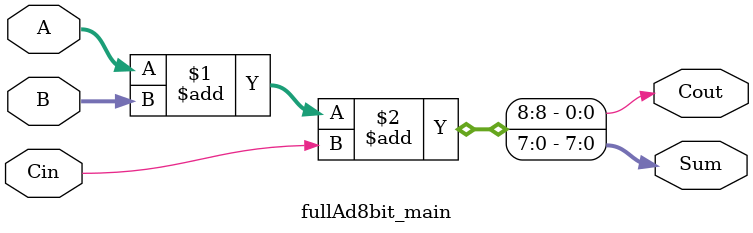
<source format=v>

module fullAd8bit_main (A,B,Cin,Cout,Sum);

input [7:0] A;
input [7:0] B;
input Cin;
output Cout;
output[7:0] Sum;

wire [7:0] A;
wire [7:0] B;
wire Cin;
wire Cout;
wire [7:0] Sum;

assign {Cout,Sum}  = A+B+Cin;


/*
wire C0,C1,C2,C3,C4,C5,C6,C7;

assign C0 = Cin;

assign C1 = (A[0] & B[0]) | (C0 &(A[0] ^ B[0]));
assign Sum[0] = (A[0] ^ B[0] ^ C0);

assign C2 = (A[1] & B[1]) | (C1 &(A[1] ^ B[1]));
assign Sum[1] = (A[1] ^ B[1] ^ C1);

assign C3 = (A[2] & B[2]) | (C2 &(A[2] ^ B[2]));
assign Sum[2] = (A[2] ^ B[2] ^ C2);

assign C4 = (A[3] & B[3]) | (C3 &(A[3] ^ B[3]));
assign Sum[3] = (A[3] ^ B[3] ^ C3);

assign C5 = (A[4] & B[4]) | (C4 &(A[4] ^ B[4]));
assign Sum[4] = (A[4] ^ B[4] ^ C4);

assign C6 = (A[5] & B[5]) | (C5 &(A[5] ^ B[5]));
assign Sum[5] = (A[5] ^ B[5] ^ C5);

assign C7 = (A[6] & B[6]) | (C6 &(A[6] ^ B[6]));
assign Sum[6] = (A[6] ^ B[6] ^ C6);

assign Cout = (A[7] & B[7]) | (C7 &(A[7] ^ B[7]));
assign Sum[7] = (A[7] ^ B[7] ^ C7);
*/
endmodule



</source>
